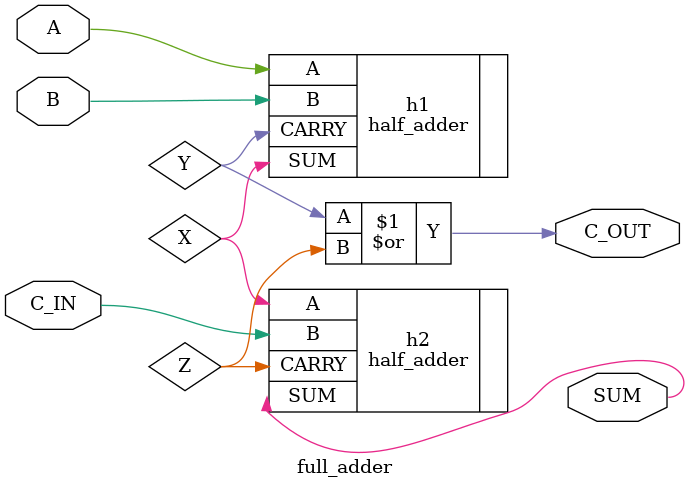
<source format=v>
module full_adder (A, B, C_IN, SUM, C_OUT);
	
	input A, B, C_IN;
	output SUM, C_OUT;
	
	wire X, Y, Z;
	
	half_adder h1 (.A(A), .B(B), .SUM(X), .CARRY(Y));
	half_adder h2 (.A(X), .B(C_IN), .SUM(SUM), .CARRY(Z));
	assign C_OUT = Y | Z;
	
endmodule
</source>
